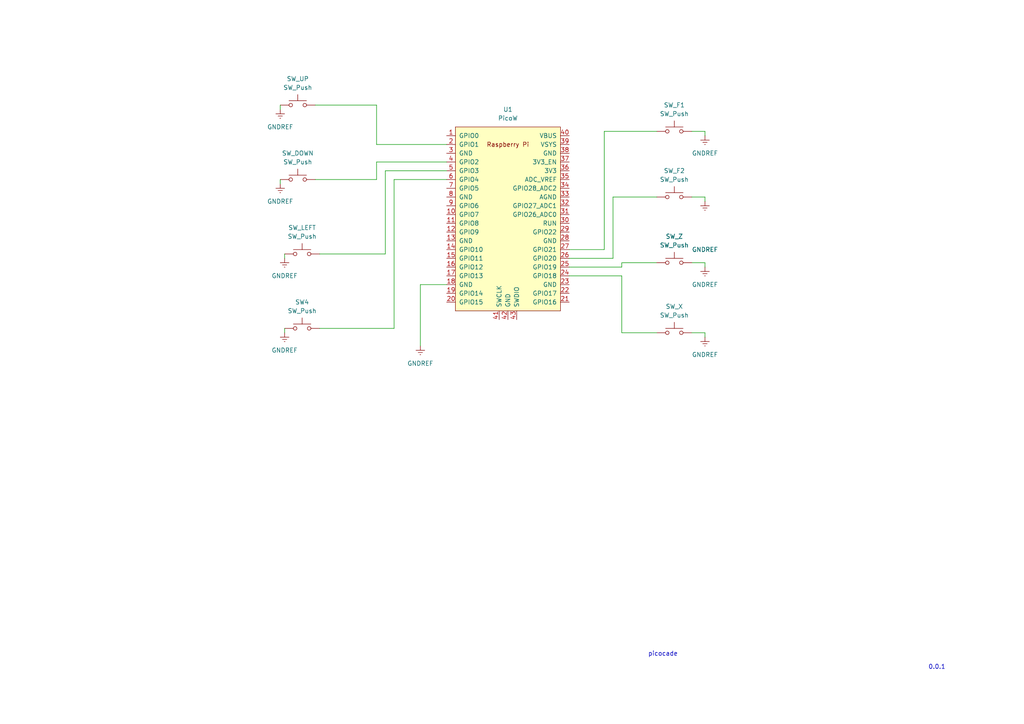
<source format=kicad_sch>
(kicad_sch (version 20230121) (generator eeschema)
  (paper "A4")
  (lib_symbols
    (symbol "RPi_Pico:PicoW" (pin_names (offset 1.016))
      (property "Reference" "U" (at -13.97 27.94 0))
      (property "Value" "PicoW" (at 0 19.05 0))
      (symbol "PicoW_0_0"
        (text "Raspberry Pi" (at 0 21.59 0) (effects (font (size 1.27 1.27))))
      )
      (symbol "PicoW_0_1"
        (rectangle (start -15.24 26.67) (end 15.24 -26.67) (fill (type background)))
      )
      (symbol "PicoW_1_1"
        (pin bidirectional line (at -17.78 24.13 0) (length 2.54) (name "GPIO0") (number "1"))
        (pin bidirectional line (at -17.78 1.27 0) (length 2.54) (name "GPIO7") (number "10"))
        (pin bidirectional line (at -17.78 -1.27 0) (length 2.54) (name "GPIO8") (number "11"))
        (pin bidirectional line (at -17.78 -3.81 0) (length 2.54) (name "GPIO9") (number "12"))
        (pin power_in line (at -17.78 -6.35 0) (length 2.54) (name "GND") (number "13"))
        (pin bidirectional line (at -17.78 -8.89 0) (length 2.54) (name "GPIO10") (number "14"))
        (pin bidirectional line (at -17.78 -11.43 0) (length 2.54) (name "GPIO11") (number "15"))
        (pin bidirectional line (at -17.78 -13.97 0) (length 2.54) (name "GPIO12") (number "16"))
        (pin bidirectional line (at -17.78 -16.51 0) (length 2.54) (name "GPIO13") (number "17"))
        (pin power_in line (at -17.78 -19.05 0) (length 2.54) (name "GND") (number "18"))
        (pin bidirectional line (at -17.78 -21.59 0) (length 2.54) (name "GPIO14") (number "19"))
        (pin bidirectional line (at -17.78 21.59 0) (length 2.54) (name "GPIO1") (number "2"))
        (pin bidirectional line (at -17.78 -24.13 0) (length 2.54) (name "GPIO15") (number "20"))
        (pin bidirectional line (at 17.78 -24.13 180) (length 2.54) (name "GPIO16") (number "21"))
        (pin bidirectional line (at 17.78 -21.59 180) (length 2.54) (name "GPIO17") (number "22"))
        (pin power_in line (at 17.78 -19.05 180) (length 2.54) (name "GND") (number "23"))
        (pin bidirectional line (at 17.78 -16.51 180) (length 2.54) (name "GPIO18") (number "24"))
        (pin bidirectional line (at 17.78 -13.97 180) (length 2.54) (name "GPIO19") (number "25"))
        (pin bidirectional line (at 17.78 -11.43 180) (length 2.54) (name "GPIO20") (number "26"))
        (pin bidirectional line (at 17.78 -8.89 180) (length 2.54) (name "GPIO21") (number "27"))
        (pin power_in line (at 17.78 -6.35 180) (length 2.54) (name "GND") (number "28"))
        (pin bidirectional line (at 17.78 -3.81 180) (length 2.54) (name "GPIO22") (number "29"))
        (pin power_in line (at -17.78 19.05 0) (length 2.54) (name "GND") (number "3"))
        (pin input line (at 17.78 -1.27 180) (length 2.54) (name "RUN") (number "30"))
        (pin bidirectional line (at 17.78 1.27 180) (length 2.54) (name "GPIO26_ADC0") (number "31"))
        (pin bidirectional line (at 17.78 3.81 180) (length 2.54) (name "GPIO27_ADC1") (number "32"))
        (pin power_in line (at 17.78 6.35 180) (length 2.54) (name "AGND") (number "33"))
        (pin bidirectional line (at 17.78 8.89 180) (length 2.54) (name "GPIO28_ADC2") (number "34"))
        (pin unspecified line (at 17.78 11.43 180) (length 2.54) (name "ADC_VREF") (number "35"))
        (pin unspecified line (at 17.78 13.97 180) (length 2.54) (name "3V3") (number "36"))
        (pin input line (at 17.78 16.51 180) (length 2.54) (name "3V3_EN") (number "37"))
        (pin bidirectional line (at 17.78 19.05 180) (length 2.54) (name "GND") (number "38"))
        (pin unspecified line (at 17.78 21.59 180) (length 2.54) (name "VSYS") (number "39"))
        (pin bidirectional line (at -17.78 16.51 0) (length 2.54) (name "GPIO2") (number "4"))
        (pin unspecified line (at 17.78 24.13 180) (length 2.54) (name "VBUS") (number "40"))
        (pin input line (at -2.54 -29.21 90) (length 2.54) (name "SWCLK") (number "41"))
        (pin power_in line (at 0 -29.21 90) (length 2.54) (name "GND") (number "42"))
        (pin bidirectional line (at 2.54 -29.21 90) (length 2.54) (name "SWDIO") (number "43"))
        (pin bidirectional line (at -17.78 13.97 0) (length 2.54) (name "GPIO3") (number "5"))
        (pin bidirectional line (at -17.78 11.43 0) (length 2.54) (name "GPIO4") (number "6"))
        (pin bidirectional line (at -17.78 8.89 0) (length 2.54) (name "GPIO5") (number "7"))
        (pin power_in line (at -17.78 6.35 0) (length 2.54) (name "GND") (number "8"))
        (pin bidirectional line (at -17.78 3.81 0) (length 2.54) (name "GPIO6") (number "9"))
      )
    )
    (symbol "Switch:SW_Push" (pin_numbers hide) (pin_names (offset 1.016) hide)
      (property "Reference" "SW" (at 1.27 2.54 0))
      (property "Value" "SW_Push" (at 0 -1.524 0))
      (symbol "SW_Push_0_1"
        (circle (center -2.032 0) (radius 0.508))
        (polyline (pts (xy 0 1.27) (xy 0 3.048)))
        (polyline (pts (xy 2.54 1.27) (xy -2.54 1.27)))
        (circle (center 2.032 0) (radius 0.508))
        (pin passive line (at -5.08 0 0) (length 2.54) (name "1") (number "1"))
        (pin passive line (at 5.08 0 180) (length 2.54) (name "2") (number "2"))
      )
    )
    (symbol "power:GNDREF" (power) (pin_names (offset 0))
      (property "Value" "GNDREF" (at 0 -3.81 0))
      (symbol "GNDREF_0_1"
        (polyline (pts (xy -0.635 -1.905) (xy 0.635 -1.905)))
        (polyline (pts (xy -0.127 -2.54) (xy 0.127 -2.54)))
        (polyline (pts (xy 0 -1.27) (xy 0 0)))
        (polyline (pts (xy 1.27 -1.27) (xy -1.27 -1.27)))
      )
      (symbol "GNDREF_1_1"
        (pin power_in line (at 0 0 270) (length 0) hide (name "GNDREF") (number "1"))
      )
    )
  )
  (wire (pts (xy 204.47 96.52) (xy 204.47 97.79)))
  (wire (pts (xy 109.22 46.99) (xy 109.22 52.07)))
  (wire (pts (xy 129.54 41.91) (xy 109.22 41.91)))
  (wire (pts (xy 129.54 49.53) (xy 111.76 49.53)))
  (wire (pts (xy 204.47 58.42) (xy 204.47 57.15)))
  (wire (pts (xy 165.1 80.01) (xy 180.34 80.01)))
  (wire (pts (xy 129.54 46.99) (xy 109.22 46.99)))
  (wire (pts (xy 175.26 38.1) (xy 190.5 38.1)))
  (wire (pts (xy 165.1 74.93) (xy 177.8 74.93)))
  (wire (pts (xy 129.54 82.55) (xy 121.92 82.55)))
  (wire (pts (xy 111.76 49.53) (xy 111.76 73.66)))
  (wire (pts (xy 177.8 57.15) (xy 190.5 57.15)))
  (wire (pts (xy 81.28 30.48) (xy 81.28 31.75)))
  (wire (pts (xy 180.34 77.47) (xy 180.34 76.2)))
  (wire (pts (xy 175.26 72.39) (xy 175.26 38.1)))
  (wire (pts (xy 204.47 57.15) (xy 200.66 57.15)))
  (wire (pts (xy 114.3 95.25) (xy 92.71 95.25)))
  (wire (pts (xy 121.92 82.55) (xy 121.92 100.33)))
  (wire (pts (xy 200.66 76.2) (xy 204.47 76.2)))
  (wire (pts (xy 165.1 72.39) (xy 175.26 72.39)))
  (wire (pts (xy 82.55 95.25) (xy 82.55 96.52)))
  (wire (pts (xy 81.28 52.07) (xy 81.28 53.34)))
  (wire (pts (xy 200.66 38.1) (xy 204.47 38.1)))
  (wire (pts (xy 111.76 73.66) (xy 92.71 73.66)))
  (wire (pts (xy 200.66 96.52) (xy 204.47 96.52)))
  (wire (pts (xy 180.34 80.01) (xy 180.34 96.52)))
  (wire (pts (xy 109.22 30.48) (xy 91.44 30.48)))
  (wire (pts (xy 180.34 76.2) (xy 190.5 76.2)))
  (wire (pts (xy 114.3 52.07) (xy 114.3 95.25)))
  (wire (pts (xy 109.22 41.91) (xy 109.22 30.48)))
  (wire (pts (xy 177.8 74.93) (xy 177.8 57.15)))
  (wire (pts (xy 82.55 73.66) (xy 82.55 74.93)))
  (wire (pts (xy 180.34 96.52) (xy 190.5 96.52)))
  (wire (pts (xy 204.47 38.1) (xy 204.47 39.37)))
  (wire (pts (xy 129.54 52.07) (xy 114.3 52.07)))
  (wire (pts (xy 109.22 52.07) (xy 91.44 52.07)))
  (wire (pts (xy 204.47 76.2) (xy 204.47 77.47)))
  (wire (pts (xy 165.1 77.47) (xy 180.34 77.47)))
  (text "picocade" (at 187.96 190.5 0) (effects (font (size 1.27 1.27)) (justify left bottom)))
  (text "0.0.1" (at 269.24 194.31 0) (effects (font (size 1.27 1.27)) (justify left bottom)))
  (symbol (lib_id "power:GNDREF") (at 82.55 74.93 0) (unit 1)
    (property "Reference" "#PWR02" (effects hide))
    (property "Value" "GNDREF" (at 82.55 80.01 0))
  )
  (symbol (lib_id "Switch:SW_Push") (at 195.58 57.15 0) (unit 1)
    (property "Reference" "SW_F2" (at 195.58 49.53 0))
    (property "Value" "SW_Push" (at 195.58 52.07 0))
  )
  (symbol (lib_id "power:GNDREF") (at 204.47 39.37 0) (unit 1)
    (property "Reference" "#PWR06" (effects hide))
    (property "Value" "GNDREF" (at 204.47 44.45 0))
  )
  (symbol (lib_id "Switch:SW_Push") (at 195.58 96.52 0) (unit 1)
    (property "Reference" "SW_X" (at 195.58 88.9 0))
    (property "Value" "SW_Push" (at 195.58 91.44 0))
  )
  (symbol (lib_id "power:GNDREF") (at 121.92 100.33 0) (unit 1)
    (property "Reference" "#PWR01" (effects hide))
    (property "Value" "GNDREF" (at 121.92 105.41 0))
  )
  (symbol (lib_id "RPi_Pico:PicoW") (at 147.32 63.5 0) (unit 1)
    (property "Reference" "U1" (at 147.32 31.75 0))
    (property "Value" "PicoW" (at 147.32 34.29 0))
    (property "Footprint" "RPi_PicoW:RPi_Pico_SMD_TH" (effects hide))
  )
  (symbol (lib_id "power:GNDREF") (at 204.47 58.42 0) (unit 1)
    (property "Reference" "#PWR07" (effects hide))
    (property "Value" "GNDREF" (at 204.47 72.39 0))
  )
  (symbol (lib_id "Switch:SW_Push") (at 86.36 52.07 0) (unit 1)
    (property "Reference" "SW_DOWN" (at 86.36 44.45 0))
    (property "Value" "SW_Push" (at 86.36 46.99 0))
  )
  (symbol (lib_id "Switch:SW_Push") (at 195.58 76.2 0) (unit 1)
    (property "Reference" "SW_Z" (at 195.58 68.58 0))
    (property "Value" "SW_Push" (at 195.58 71.12 0))
  )
  (symbol (lib_id "Switch:SW_Push") (at 195.58 38.1 0) (unit 1)
    (property "Reference" "SW_F1" (at 195.58 30.48 0))
    (property "Value" "SW_Push" (at 195.58 33.02 0))
  )
  (symbol (lib_id "power:GNDREF") (at 204.47 97.79 0) (unit 1)
    (property "Reference" "#PWR09" (effects hide))
    (property "Value" "GNDREF" (at 204.47 102.87 0))
  )
  (symbol (lib_id "power:GNDREF") (at 204.47 77.47 0) (unit 1)
    (property "Reference" "#PWR08" (effects hide))
    (property "Value" "GNDREF" (at 204.47 82.55 0))
  )
  (symbol (lib_id "Switch:SW_Push") (at 86.36 30.48 0) (unit 1)
    (property "Reference" "SW_UP" (at 86.36 22.86 0))
    (property "Value" "SW_Push" (at 86.36 25.4 0))
  )
  (symbol (lib_id "power:GNDREF") (at 82.55 96.52 0) (unit 1)
    (property "Reference" "#PWR05" (effects hide))
    (property "Value" "GNDREF" (at 82.55 101.6 0))
  )
  (symbol (lib_id "power:GNDREF") (at 81.28 53.34 0) (unit 1)
    (property "Reference" "#PWR03" (effects hide))
    (property "Value" "GNDREF" (at 81.28 58.42 0))
  )
  (symbol (lib_id "Switch:SW_Push") (at 87.63 95.25 0) (unit 1)
    (property "Reference" "SW4" (at 87.63 87.63 0))
    (property "Value" "SW_Push" (at 87.63 90.17 0))
  )
  (symbol (lib_id "Switch:SW_Push") (at 87.63 73.66 0) (unit 1)
    (property "Reference" "SW_LEFT" (at 87.63 66.04 0))
    (property "Value" "SW_Push" (at 87.63 68.58 0))
  )
  (symbol (lib_id "power:GNDREF") (at 81.28 31.75 0) (unit 1)
    (property "Reference" "#PWR04" (effects hide))
    (property "Value" "GNDREF" (at 81.28 36.83 0))
  )
)
</source>
